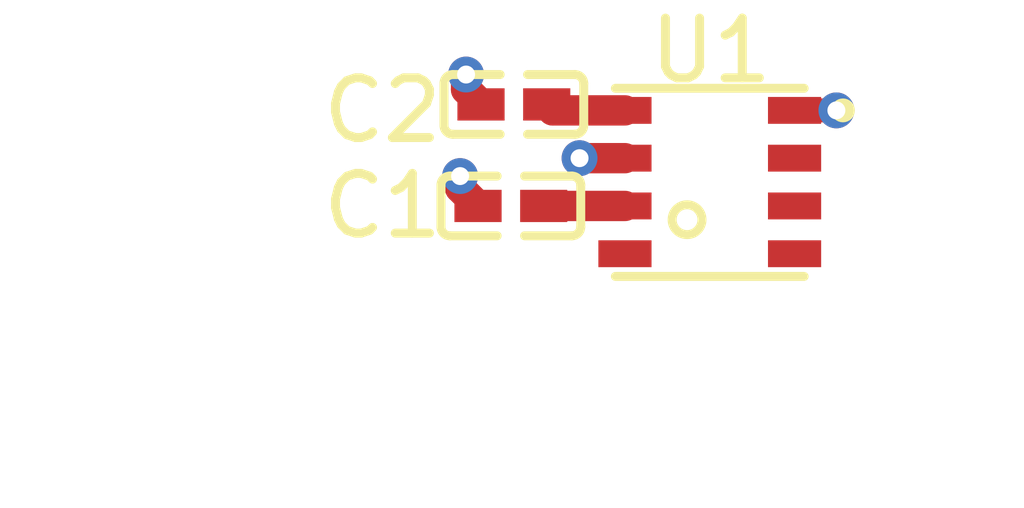
<source format=kicad_pcb>
(kicad_pcb (version 20241229) (generator "pcbnew") (generator_version "9.0")
  (layers (0 "F.Cu" signal) (2 "B.Cu" signal) (13 "F.Paste" user) (15 "B.Paste" user) (5 "F.SilkS" user "F.Silkscreen") (7 "B.SilkS" user "B.Silkscreen") (1 "F.Mask" user) (3 "B.Mask" user) (25 "Edge.Cuts" user))
  (net 0 "")
  (net 1 "VDD")
  (net 2 "SDO")
  (net 3 "SCK")
  (net 4 "SDI")
  (net 5 "gnd")
  (net 6 "CSB")
  (footprint "atopile:LGA-8_L3.0-W3.0-P0.80_BME688-7465bb" (layer "F.Cu") (at 130.08 99.6 0)
    (property "Reference" "U1" (at 0.02 -2.2 0) (layer "F.SilkS") (hide no))
    (property "Value" "")
    (fp_line (start -1.58 -1.57) (end 1.58 -1.57) (stroke (width 0.15)) (layer "F.SilkS"))
    (fp_line (start -1.58 1.58) (end 1.58 1.58) (stroke (width 0.15)) (layer "F.SilkS"))
    (fp_circle (center -0.38 0.63) (end -0.13 0.63) (stroke (width 0.15)) (fill no) (layer "F.SilkS"))
    (fp_circle (center 2.23 -1.2) (end 2.33 -1.2) (stroke (width 0.2)) (fill no) (layer "F.SilkS"))
    (pad "1" smd rect (at 1.42 -1.2 270) (size 0.45 0.89) (layers "F.Cu" "F.Mask" "F.Paste") (net 5 "gnd"))
    (pad "2" smd rect (at 1.42 -0.4 270) (size 0.45 0.89) (layers "F.Cu" "F.Mask" "F.Paste") (net 6 "CSB"))
    (pad "3" smd rect (at 1.42 0.4 270) (size 0.45 0.89) (layers "F.Cu" "F.Mask" "F.Paste") (net 4 "SDI"))
    (pad "4" smd rect (at 1.42 1.2 270) (size 0.45 0.89) (layers "F.Cu" "F.Mask" "F.Paste") (net 3 "SCK"))
    (pad "5" smd rect (at -1.42 1.2 270) (size 0.45 0.89) (layers "F.Cu" "F.Mask" "F.Paste") (net 2 "SDO"))
    (pad "6" smd rect (at -1.42 0.4 270) (size 0.45 0.89) (layers "F.Cu" "F.Mask" "F.Paste") (net 1 "VDD"))
    (pad "7" smd rect (at -1.42 -0.4 270) (size 0.45 0.89) (layers "F.Cu" "F.Mask" "F.Paste") (net 5 "gnd"))
    (pad "8" smd rect (at -1.42 -1.2 270) (size 0.45 0.89) (layers "F.Cu" "F.Mask" "F.Paste") (net 1 "VDD"))
  )
  (footprint "atopile:C0402-b3ef17" (layer "F.Cu") (at 126.75 100 180)
    (property "Reference" "C1" (at 2.15 0 180) (layer "F.SilkS") (hide no))
    (property "Value" "100nF ±10% 16V X7R")
    (fp_line (start 1.17 0.35) (end 1.17 -0.35) (stroke (width 0.15)) (layer "F.SilkS"))
    (fp_line (start 1.02 -0.5) (end 0.23 -0.5) (stroke (width 0.15)) (layer "F.SilkS"))
    (fp_line (start 0.23 0.5) (end 1.02 0.5) (stroke (width 0.15)) (layer "F.SilkS"))
    (fp_line (start -0.23 0.5) (end -1.02 0.5) (stroke (width 0.15)) (layer "F.SilkS"))
    (fp_line (start -1.02 -0.5) (end -0.23 -0.5) (stroke (width 0.15)) (layer "F.SilkS"))
    (fp_line (start -1.17 0.35) (end -1.17 -0.35) (stroke (width 0.15)) (layer "F.SilkS"))
    (fp_arc (start 1.17 0.35) (mid 1.126066 0.456066) (end 1.02 0.5) (stroke (width 0.15)) (layer "F.SilkS"))
    (fp_arc (start 1.02 -0.5) (mid 1.126066 -0.456066) (end 1.17 -0.35) (stroke (width 0.15)) (layer "F.SilkS"))
    (fp_arc (start -1.02 0.5) (mid -1.126066 0.456066) (end -1.17 0.35) (stroke (width 0.15)) (layer "F.SilkS"))
    (fp_arc (start -1.17 -0.35) (mid -1.126066 -0.456066) (end -1.02 -0.5) (stroke (width 0.15)) (layer "F.SilkS"))
    (pad "1" smd rect (at -0.55 0 180) (size 0.79 0.54) (layers "F.Cu" "F.Mask" "F.Paste") (net 1 "VDD"))
    (pad "2" smd rect (at 0.55 0 180) (size 0.79 0.54) (layers "F.Cu" "F.Mask" "F.Paste") (net 5 "gnd"))
  )
  (footprint "atopile:C0402-b3ef17" (layer "F.Cu") (at 126.8 98.3 180)
    (property "Reference" "C2" (at 2.2 -0.1 180) (layer "F.SilkS") (hide no))
    (property "Value" "100nF ±10% 16V X7R")
    (fp_line (start 1.17 0.35) (end 1.17 -0.35) (stroke (width 0.15)) (layer "F.SilkS"))
    (fp_line (start 1.02 -0.5) (end 0.23 -0.5) (stroke (width 0.15)) (layer "F.SilkS"))
    (fp_line (start 0.23 0.5) (end 1.02 0.5) (stroke (width 0.15)) (layer "F.SilkS"))
    (fp_line (start -0.23 0.5) (end -1.02 0.5) (stroke (width 0.15)) (layer "F.SilkS"))
    (fp_line (start -1.02 -0.5) (end -0.23 -0.5) (stroke (width 0.15)) (layer "F.SilkS"))
    (fp_line (start -1.17 0.35) (end -1.17 -0.35) (stroke (width 0.15)) (layer "F.SilkS"))
    (fp_arc (start 1.17 0.35) (mid 1.126066 0.456066) (end 1.02 0.5) (stroke (width 0.15)) (layer "F.SilkS"))
    (fp_arc (start 1.02 -0.5) (mid 1.126066 -0.456066) (end 1.17 -0.35) (stroke (width 0.15)) (layer "F.SilkS"))
    (fp_arc (start -1.02 0.5) (mid -1.126066 0.456066) (end -1.17 0.35) (stroke (width 0.15)) (layer "F.SilkS"))
    (fp_arc (start -1.17 -0.35) (mid -1.126066 -0.456066) (end -1.02 -0.5) (stroke (width 0.15)) (layer "F.SilkS"))
    (pad "1" smd rect (at -0.55 0 180) (size 0.79 0.54) (layers "F.Cu" "F.Mask" "F.Paste") (net 1 "VDD"))
    (pad "2" smd rect (at 0.55 0 180) (size 0.79 0.54) (layers "F.Cu" "F.Mask" "F.Paste") (net 5 "gnd"))
  )
  (via (at 126 97.8) (size 0.6) (drill 0.3) (layers "F.Cu" "B.Cu") (net 5))
  (via (at 132.2 98.4) (size 0.6) (drill 0.3) (layers "F.Cu" "B.Cu") (net 5))
  (via (at 125.9 99.5) (size 0.6) (drill 0.3) (layers "F.Cu" "B.Cu") (net 5))
  (via (at 127.9 99.2) (size 0.6) (drill 0.3) (layers "F.Cu" "B.Cu") (net 5))
  (segment (start 128.66 100) (end 127.3 100) (width 0.508) (net 1) (layer "F.Cu"))
  (segment (start 128.66 98.4) (end 127.45 98.4) (width 0.508) (net 1) (layer "F.Cu"))
  (segment (start 127.45 98.4) (end 127.35 98.3) (width 0.508) (net 1) (layer "F.Cu"))
  (segment (start 126 98.05) (end 126.25 98.3) (width 0.508) (net 5) (layer "F.Cu"))
  (segment (start 126 97.8) (end 126 98.05) (width 0.508) (net 5) (layer "F.Cu"))
  (segment (start 125.9 99.7) (end 126.2 100) (width 0.508) (net 5) (layer "F.Cu"))
  (segment (start 125.9 99.5) (end 125.9 99.7) (width 0.508) (net 5) (layer "F.Cu"))
  (segment (start 132.2 98.4) (end 131.5 98.4) (width 0.4) (net 5) (layer "F.Cu"))
  (segment (start 128.66 99.2) (end 127.9 99.2) (width 0.508) (net 5) (layer "F.Cu"))
)
</source>
